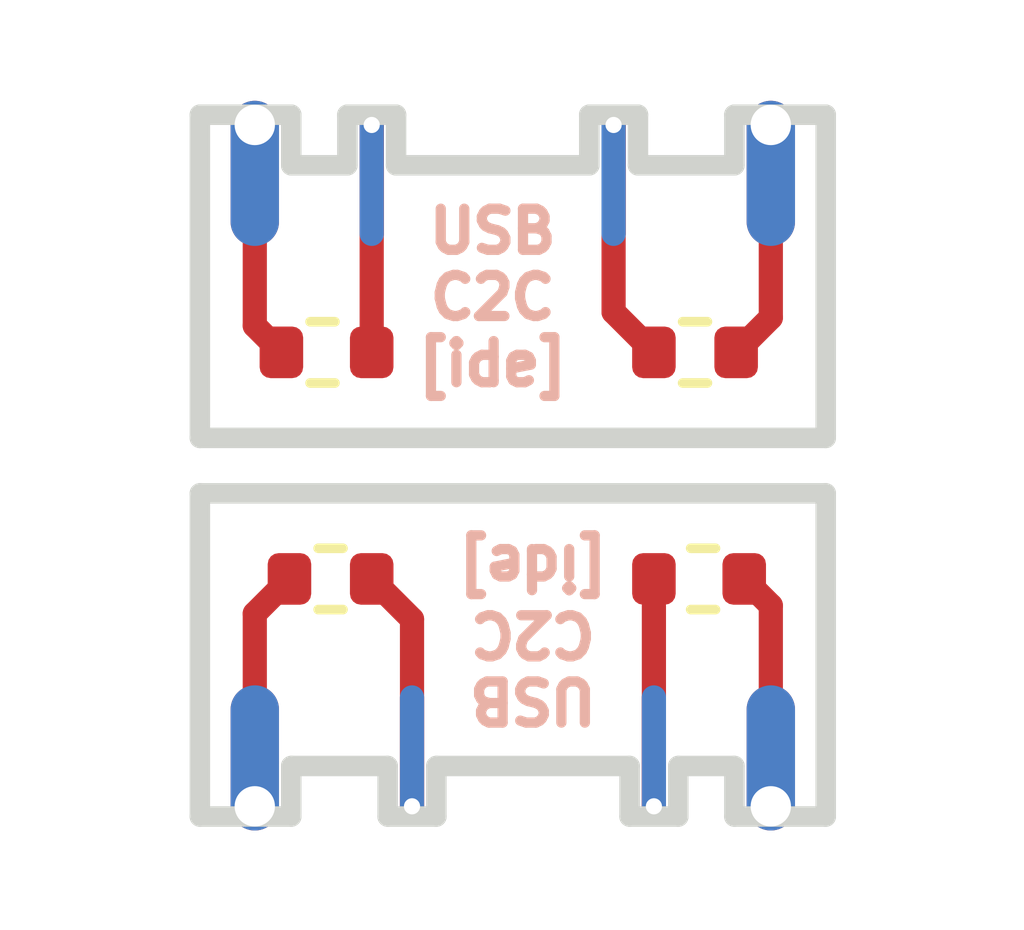
<source format=kicad_pcb>
(kicad_pcb (version 20171130) (host pcbnew "(5.1.10-1-10_14)")

  (general
    (thickness 1.6)
    (drawings 34)
    (tracks 14)
    (zones 0)
    (modules 12)
    (nets 4)
  )

  (page A4)
  (layers
    (0 F.Cu signal)
    (31 B.Cu signal)
    (32 B.Adhes user)
    (33 F.Adhes user)
    (34 B.Paste user)
    (35 F.Paste user)
    (36 B.SilkS user)
    (37 F.SilkS user)
    (38 B.Mask user)
    (39 F.Mask user)
    (40 Dwgs.User user)
    (41 Cmts.User user)
    (42 Eco1.User user)
    (43 Eco2.User user)
    (44 Edge.Cuts user)
    (45 Margin user)
    (46 B.CrtYd user)
    (47 F.CrtYd user)
    (48 B.Fab user)
    (49 F.Fab user)
  )

  (setup
    (last_trace_width 0.25)
    (trace_clearance 0.2)
    (zone_clearance 0.508)
    (zone_45_only no)
    (trace_min 0.2)
    (via_size 0.8)
    (via_drill 0.4)
    (via_min_size 0.4)
    (via_min_drill 0.3)
    (uvia_size 0.3)
    (uvia_drill 0.1)
    (uvias_allowed no)
    (uvia_min_size 0.2)
    (uvia_min_drill 0.1)
    (edge_width 0.254)
    (segment_width 0.2)
    (pcb_text_width 0.3)
    (pcb_text_size 1.5 1.5)
    (mod_edge_width 0.12)
    (mod_text_size 1 1)
    (mod_text_width 0.15)
    (pad_size 1.65 0.3)
    (pad_drill 0.2)
    (pad_to_mask_clearance 0)
    (aux_axis_origin 0 0)
    (visible_elements FFFFFF7F)
    (pcbplotparams
      (layerselection 0x010f0_ffffffff)
      (usegerberextensions true)
      (usegerberattributes true)
      (usegerberadvancedattributes true)
      (creategerberjobfile true)
      (excludeedgelayer true)
      (linewidth 0.025400)
      (plotframeref false)
      (viasonmask false)
      (mode 1)
      (useauxorigin false)
      (hpglpennumber 1)
      (hpglpenspeed 20)
      (hpglpendiameter 15.000000)
      (psnegative false)
      (psa4output false)
      (plotreference true)
      (plotvalue true)
      (plotinvisibletext false)
      (padsonsilk false)
      (subtractmaskfromsilk false)
      (outputformat 1)
      (mirror false)
      (drillshape 0)
      (scaleselection 1)
      (outputdirectory "gerbers/"))
  )

  (net 0 "")
  (net 1 "Net-(J1-Pad1)")
  (net 2 "Net-(J2-Pad1)")
  (net 3 GND)

  (net_class Default "This is the default net class."
    (clearance 0.2)
    (trace_width 0.25)
    (via_dia 0.8)
    (via_drill 0.4)
    (uvia_dia 0.3)
    (uvia_drill 0.1)
    (add_net GND)
    (add_net "Net-(J1-Pad1)")
    (add_net "Net-(J2-Pad1)")
  )

  (module FlexPCB:Plated_Hole_D0.3mm (layer F.Cu) (tedit 60A0C1F9) (tstamp 60A0CABA)
    (at 142.941 95.36 90)
    (path /60A14901)
    (fp_text reference J1 (at 0 0.5 90) (layer F.SilkS) hide
      (effects (font (size 1 1) (thickness 0.15)))
    )
    (fp_text value CC1 (at -5.2 0.64 90) (layer F.Fab) hide
      (effects (font (size 1 1) (thickness 0.15)))
    )
    (pad A5 thru_hole oval (at -3 0.69 90) (size 1.65 0.3) (drill 0.2 (offset 0.675 0)) (layers *.Cu *.Mask)
      (net 1 "Net-(J1-Pad1)"))
  )

  (module FlexPCB:Plated_Hole_D0.3mm (layer F.Cu) (tedit 60A0C1D6) (tstamp 60A0CAB6)
    (at 149.161 95.36 90)
    (path /60A0729F)
    (fp_text reference J2 (at 0 0.5 90) (layer F.SilkS) hide
      (effects (font (size 1 1) (thickness 0.15)))
    )
    (fp_text value CC2 (at -5.15 -2.56 90) (layer F.Fab) hide
      (effects (font (size 1 1) (thickness 0.15)))
    )
    (pad B5 thru_hole oval (at -3 -2.53 90) (size 1.65 0.3) (drill 0.2 (offset 0.675 0)) (layers *.Cu *.Mask)
      (net 2 "Net-(J2-Pad1)"))
  )

  (module Resistor_SMD:R_0402_1005Metric (layer F.Cu) (tedit 5F68FEEE) (tstamp 60A0CAA6)
    (at 142.621 95.54 180)
    (descr "Resistor SMD 0402 (1005 Metric), square (rectangular) end terminal, IPC_7351 nominal, (Body size source: IPC-SM-782 page 72, https://www.pcb-3d.com/wordpress/wp-content/uploads/ipc-sm-782a_amendment_1_and_2.pdf), generated with kicad-footprint-generator")
    (tags resistor)
    (path /609F66FC)
    (attr smd)
    (fp_text reference R1 (at 0 -1.17) (layer F.SilkS) hide
      (effects (font (size 1 1) (thickness 0.15)))
    )
    (fp_text value 5.1K (at 0 1.17) (layer F.Fab) hide
      (effects (font (size 1 1) (thickness 0.15)))
    )
    (fp_text user %R (at 0 0) (layer F.Fab)
      (effects (font (size 0.26 0.26) (thickness 0.04)))
    )
    (fp_line (start -0.525 0.27) (end -0.525 -0.27) (layer F.Fab) (width 0.1))
    (fp_line (start -0.525 -0.27) (end 0.525 -0.27) (layer F.Fab) (width 0.1))
    (fp_line (start 0.525 -0.27) (end 0.525 0.27) (layer F.Fab) (width 0.1))
    (fp_line (start 0.525 0.27) (end -0.525 0.27) (layer F.Fab) (width 0.1))
    (fp_line (start -0.153641 -0.38) (end 0.153641 -0.38) (layer F.SilkS) (width 0.12))
    (fp_line (start -0.153641 0.38) (end 0.153641 0.38) (layer F.SilkS) (width 0.12))
    (fp_line (start -0.93 0.47) (end -0.93 -0.47) (layer F.CrtYd) (width 0.05))
    (fp_line (start -0.93 -0.47) (end 0.93 -0.47) (layer F.CrtYd) (width 0.05))
    (fp_line (start 0.93 -0.47) (end 0.93 0.47) (layer F.CrtYd) (width 0.05))
    (fp_line (start 0.93 0.47) (end -0.93 0.47) (layer F.CrtYd) (width 0.05))
    (pad 1 smd roundrect (at -0.51 0 180) (size 0.54 0.64) (layers F.Cu F.Paste F.Mask) (roundrect_rratio 0.25)
      (net 1 "Net-(J1-Pad1)"))
    (pad 2 smd roundrect (at 0.51 0 180) (size 0.54 0.64) (layers F.Cu F.Paste F.Mask) (roundrect_rratio 0.25)
      (net 3 GND))
    (model ${KISYS3DMOD}/Resistor_SMD.3dshapes/R_0402_1005Metric.wrl
      (at (xyz 0 0 0))
      (scale (xyz 1 1 1))
      (rotate (xyz 0 0 0))
    )
  )

  (module Resistor_SMD:R_0402_1005Metric (layer F.Cu) (tedit 60A0B0AB) (tstamp 60A0CA94)
    (at 147.241 95.54 180)
    (descr "Resistor SMD 0402 (1005 Metric), square (rectangular) end terminal, IPC_7351 nominal, (Body size source: IPC-SM-782 page 72, https://www.pcb-3d.com/wordpress/wp-content/uploads/ipc-sm-782a_amendment_1_and_2.pdf), generated with kicad-footprint-generator")
    (tags resistor)
    (path /609F72E2)
    (attr smd)
    (fp_text reference R2 (at 0 -1.17) (layer F.SilkS) hide
      (effects (font (size 1 1) (thickness 0.15)))
    )
    (fp_text value 5.1K (at 0 1.17) (layer F.Fab) hide
      (effects (font (size 1 1) (thickness 0.15)))
    )
    (fp_text user %R (at 0 0) (layer F.Fab)
      (effects (font (size 0.26 0.26) (thickness 0.04)))
    )
    (fp_line (start -0.525 0.27) (end -0.525 -0.27) (layer F.Fab) (width 0.1))
    (fp_line (start -0.525 -0.27) (end 0.525 -0.27) (layer F.Fab) (width 0.1))
    (fp_line (start 0.525 -0.27) (end 0.525 0.27) (layer F.Fab) (width 0.1))
    (fp_line (start 0.525 0.27) (end -0.525 0.27) (layer F.Fab) (width 0.1))
    (fp_line (start -0.153641 -0.38) (end 0.153641 -0.38) (layer F.SilkS) (width 0.12))
    (fp_line (start -0.153641 0.38) (end 0.153641 0.38) (layer F.SilkS) (width 0.12))
    (fp_line (start -0.93 0.47) (end -0.93 -0.47) (layer F.CrtYd) (width 0.05))
    (fp_line (start -0.93 -0.47) (end 0.93 -0.47) (layer F.CrtYd) (width 0.05))
    (fp_line (start 0.93 -0.47) (end 0.93 0.47) (layer F.CrtYd) (width 0.05))
    (fp_line (start 0.93 0.47) (end -0.93 0.47) (layer F.CrtYd) (width 0.05))
    (pad 1 smd roundrect (at -0.51 0 180) (size 0.54 0.64) (layers F.Cu F.Paste F.Mask) (roundrect_rratio 0.25)
      (net 3 GND))
    (pad 2 smd roundrect (at 0.61 0 180) (size 0.54 0.64) (layers F.Cu F.Paste F.Mask) (roundrect_rratio 0.25)
      (net 2 "Net-(J2-Pad1)"))
    (model ${KISYS3DMOD}/Resistor_SMD.3dshapes/R_0402_1005Metric.wrl
      (at (xyz 0 0 0))
      (scale (xyz 1 1 1))
      (rotate (xyz 0 0 0))
    )
  )

  (module FlexPCB:Plated_Hole_D0.6mm (layer F.Cu) (tedit 60A0C1F2) (tstamp 60A0CA8A)
    (at 146.111 99.52 180)
    (fp_text reference GND (at 0 0.5) (layer F.SilkS) hide
      (effects (font (size 1 1) (thickness 0.15)))
    )
    (fp_text value GND (at 0 -0.5) (layer F.Fab) hide
      (effects (font (size 1 1) (thickness 0.15)))
    )
    (pad B1 thru_hole oval (at -1.97 1.16 90) (size 1.8 0.6) (drill 0.5 (offset 0.6 0)) (layers *.Cu *.Mask)
      (net 3 GND))
  )

  (module FlexPCB:Plated_Hole_D0.6mm (layer F.Cu) (tedit 60A0C1EB) (tstamp 60A0CA86)
    (at 138.771 99.66 180)
    (fp_text reference GND (at 0 0.5) (layer F.SilkS) hide
      (effects (font (size 1 1) (thickness 0.15)))
    )
    (fp_text value GND (at 0 -0.5) (layer F.Fab) hide
      (effects (font (size 1 1) (thickness 0.15)))
    )
    (pad A1 thru_hole oval (at -2.91 1.3 90) (size 1.8 0.6) (drill 0.5 (offset 0.6 0)) (layers *.Cu *.Mask)
      (net 3 GND))
  )

  (module FlexPCB:Plated_Hole_D0.6mm (layer F.Cu) (tedit 60A0C1F2) (tstamp 60A0B55B)
    (at 143.651 88.75)
    (fp_text reference GND (at 0 0.5) (layer F.SilkS) hide
      (effects (font (size 1 1) (thickness 0.15)))
    )
    (fp_text value GND (at 0 -0.5) (layer F.Fab) hide
      (effects (font (size 1 1) (thickness 0.15)))
    )
    (pad B1 thru_hole oval (at -1.97 1.16 270) (size 1.8 0.6) (drill 0.5 (offset 0.6 0)) (layers *.Cu *.Mask)
      (net 3 GND))
  )

  (module FlexPCB:Plated_Hole_D0.6mm (layer F.Cu) (tedit 60A0C1EB) (tstamp 60A0B3F3)
    (at 150.991 88.61)
    (fp_text reference GND (at 0 0.5) (layer F.SilkS) hide
      (effects (font (size 1 1) (thickness 0.15)))
    )
    (fp_text value GND (at 0 -0.5) (layer F.Fab) hide
      (effects (font (size 1 1) (thickness 0.15)))
    )
    (pad A1 thru_hole oval (at -2.91 1.3 270) (size 1.8 0.6) (drill 0.5 (offset 0.6 0)) (layers *.Cu *.Mask)
      (net 3 GND))
  )

  (module Resistor_SMD:R_0402_1005Metric (layer F.Cu) (tedit 60A0B0AB) (tstamp 60A0D975)
    (at 142.521 92.73)
    (descr "Resistor SMD 0402 (1005 Metric), square (rectangular) end terminal, IPC_7351 nominal, (Body size source: IPC-SM-782 page 72, https://www.pcb-3d.com/wordpress/wp-content/uploads/ipc-sm-782a_amendment_1_and_2.pdf), generated with kicad-footprint-generator")
    (tags resistor)
    (path /609F72E2)
    (attr smd)
    (fp_text reference R2 (at 0 -1.17) (layer F.SilkS) hide
      (effects (font (size 1 1) (thickness 0.15)))
    )
    (fp_text value 5.1K (at 0 1.17) (layer F.Fab) hide
      (effects (font (size 1 1) (thickness 0.15)))
    )
    (fp_line (start 0.93 0.47) (end -0.93 0.47) (layer F.CrtYd) (width 0.05))
    (fp_line (start 0.93 -0.47) (end 0.93 0.47) (layer F.CrtYd) (width 0.05))
    (fp_line (start -0.93 -0.47) (end 0.93 -0.47) (layer F.CrtYd) (width 0.05))
    (fp_line (start -0.93 0.47) (end -0.93 -0.47) (layer F.CrtYd) (width 0.05))
    (fp_line (start -0.153641 0.38) (end 0.153641 0.38) (layer F.SilkS) (width 0.12))
    (fp_line (start -0.153641 -0.38) (end 0.153641 -0.38) (layer F.SilkS) (width 0.12))
    (fp_line (start 0.525 0.27) (end -0.525 0.27) (layer F.Fab) (width 0.1))
    (fp_line (start 0.525 -0.27) (end 0.525 0.27) (layer F.Fab) (width 0.1))
    (fp_line (start -0.525 -0.27) (end 0.525 -0.27) (layer F.Fab) (width 0.1))
    (fp_line (start -0.525 0.27) (end -0.525 -0.27) (layer F.Fab) (width 0.1))
    (fp_text user %R (at 0 0) (layer F.Fab)
      (effects (font (size 0.26 0.26) (thickness 0.04)))
    )
    (pad 2 smd roundrect (at 0.61 0) (size 0.54 0.64) (layers F.Cu F.Paste F.Mask) (roundrect_rratio 0.25)
      (net 2 "Net-(J2-Pad1)"))
    (pad 1 smd roundrect (at -0.51 0) (size 0.54 0.64) (layers F.Cu F.Paste F.Mask) (roundrect_rratio 0.25)
      (net 3 GND))
    (model ${KISYS3DMOD}/Resistor_SMD.3dshapes/R_0402_1005Metric.wrl
      (at (xyz 0 0 0))
      (scale (xyz 1 1 1))
      (rotate (xyz 0 0 0))
    )
  )

  (module Resistor_SMD:R_0402_1005Metric (layer F.Cu) (tedit 5F68FEEE) (tstamp 60A0D964)
    (at 147.141 92.73)
    (descr "Resistor SMD 0402 (1005 Metric), square (rectangular) end terminal, IPC_7351 nominal, (Body size source: IPC-SM-782 page 72, https://www.pcb-3d.com/wordpress/wp-content/uploads/ipc-sm-782a_amendment_1_and_2.pdf), generated with kicad-footprint-generator")
    (tags resistor)
    (path /609F66FC)
    (attr smd)
    (fp_text reference R1 (at 0 -1.17) (layer F.SilkS) hide
      (effects (font (size 1 1) (thickness 0.15)))
    )
    (fp_text value 5.1K (at 0 1.17) (layer F.Fab) hide
      (effects (font (size 1 1) (thickness 0.15)))
    )
    (fp_line (start 0.93 0.47) (end -0.93 0.47) (layer F.CrtYd) (width 0.05))
    (fp_line (start 0.93 -0.47) (end 0.93 0.47) (layer F.CrtYd) (width 0.05))
    (fp_line (start -0.93 -0.47) (end 0.93 -0.47) (layer F.CrtYd) (width 0.05))
    (fp_line (start -0.93 0.47) (end -0.93 -0.47) (layer F.CrtYd) (width 0.05))
    (fp_line (start -0.153641 0.38) (end 0.153641 0.38) (layer F.SilkS) (width 0.12))
    (fp_line (start -0.153641 -0.38) (end 0.153641 -0.38) (layer F.SilkS) (width 0.12))
    (fp_line (start 0.525 0.27) (end -0.525 0.27) (layer F.Fab) (width 0.1))
    (fp_line (start 0.525 -0.27) (end 0.525 0.27) (layer F.Fab) (width 0.1))
    (fp_line (start -0.525 -0.27) (end 0.525 -0.27) (layer F.Fab) (width 0.1))
    (fp_line (start -0.525 0.27) (end -0.525 -0.27) (layer F.Fab) (width 0.1))
    (fp_text user %R (at 0 0) (layer F.Fab)
      (effects (font (size 0.26 0.26) (thickness 0.04)))
    )
    (pad 2 smd roundrect (at 0.51 0) (size 0.54 0.64) (layers F.Cu F.Paste F.Mask) (roundrect_rratio 0.25)
      (net 3 GND))
    (pad 1 smd roundrect (at -0.51 0) (size 0.54 0.64) (layers F.Cu F.Paste F.Mask) (roundrect_rratio 0.25)
      (net 1 "Net-(J1-Pad1)"))
    (model ${KISYS3DMOD}/Resistor_SMD.3dshapes/R_0402_1005Metric.wrl
      (at (xyz 0 0 0))
      (scale (xyz 1 1 1))
      (rotate (xyz 0 0 0))
    )
  )

  (module FlexPCB:Plated_Hole_D0.3mm (layer F.Cu) (tedit 60A0C1D6) (tstamp 60A0D953)
    (at 140.601 92.91 270)
    (path /60A0729F)
    (fp_text reference J2 (at 0 0.5 90) (layer F.SilkS) hide
      (effects (font (size 1 1) (thickness 0.15)))
    )
    (fp_text value CC2 (at -5.15 -2.56 90) (layer F.Fab) hide
      (effects (font (size 1 1) (thickness 0.15)))
    )
    (pad B5 thru_hole oval (at -3 -2.53 270) (size 1.65 0.3) (drill 0.2 (offset 0.675 0)) (layers *.Cu *.Mask)
      (net 2 "Net-(J2-Pad1)"))
  )

  (module FlexPCB:Plated_Hole_D0.3mm (layer F.Cu) (tedit 60A0C1F9) (tstamp 60A0D94E)
    (at 146.821 92.91 270)
    (path /60A14901)
    (fp_text reference J1 (at 0 0.5 90) (layer F.SilkS) hide
      (effects (font (size 1 1) (thickness 0.15)))
    )
    (fp_text value CC1 (at -5.2 0.64 90) (layer F.Fab) hide
      (effects (font (size 1 1) (thickness 0.15)))
    )
    (pad A5 thru_hole oval (at -3 0.69 270) (size 1.65 0.3) (drill 0.2 (offset 0.675 0)) (layers *.Cu *.Mask)
      (net 1 "Net-(J1-Pad1)"))
  )

  (gr_line (start 143.933 98.487) (end 143.3286 98.487) (layer Edge.Cuts) (width 0.254) (tstamp 60A0CAA5))
  (gr_line (start 146.329 98.487) (end 146.329 97.86) (layer Edge.Cuts) (width 0.254) (tstamp 60A0CAA4))
  (gr_line (start 143.3286 97.86) (end 142.133 97.86) (layer Edge.Cuts) (width 0.254) (tstamp 60A0CA93))
  (gr_line (start 146.329 97.86) (end 143.933 97.86) (layer Edge.Cuts) (width 0.254) (tstamp 60A0CA92))
  (gr_line (start 147.629 97.86) (end 146.933 97.86) (layer Edge.Cuts) (width 0.254) (tstamp 60A0CA91))
  (gr_line (start 148.762 98.487) (end 148.762 94.479) (layer Edge.Cuts) (width 0.254) (tstamp 60A0CA90))
  (gr_line (start 148.762 94.479) (end 141 94.479) (layer Edge.Cuts) (width 0.254) (tstamp 60A0CA8F))
  (gr_line (start 141 98.487) (end 141 94.479) (layer Edge.Cuts) (width 0.254) (tstamp 60A0CA8E))
  (gr_line (start 143.3286 98.487) (end 143.3286 97.86) (layer Edge.Cuts) (width 0.254) (tstamp 60A0CA85))
  (gr_line (start 142.133 98.487) (end 141 98.487) (layer Edge.Cuts) (width 0.254) (tstamp 60A0CA84))
  (gr_line (start 146.933 98.487) (end 146.933 97.86) (layer Edge.Cuts) (width 0.254) (tstamp 60A0CA83))
  (gr_line (start 147.629 98.487) (end 147.629 97.86) (layer Edge.Cuts) (width 0.254) (tstamp 60A0CA82))
  (gr_line (start 143.933 98.487) (end 143.933 97.86) (layer Edge.Cuts) (width 0.254) (tstamp 60A0CA81))
  (gr_line (start 146.933 98.487) (end 146.329 98.487) (layer Edge.Cuts) (width 0.254) (tstamp 60A0CA80))
  (gr_line (start 148.762 98.487) (end 147.629 98.487) (layer Edge.Cuts) (width 0.254) (tstamp 60A0CA7F))
  (gr_line (start 142.133 98.487) (end 142.133 97.86) (layer Edge.Cuts) (width 0.254) (tstamp 60A0CA7E))
  (gr_text "USB\nC2C\n[ide]" (at 145.131 96.22 180) (layer B.SilkS) (tstamp 60A0CA7D)
    (effects (font (size 0.51 0.51) (thickness 0.127)))
  )
  (gr_line (start 147.629 89.783) (end 148.762 89.783) (layer Edge.Cuts) (width 0.254))
  (gr_line (start 147.629 89.783) (end 147.629 90.41) (layer Edge.Cuts) (width 0.254))
  (gr_line (start 146.4334 89.783) (end 146.4334 90.41) (layer Edge.Cuts) (width 0.254))
  (gr_line (start 145.829 89.783) (end 146.4334 89.783) (layer Edge.Cuts) (width 0.254))
  (gr_line (start 145.829 89.783) (end 145.829 90.41) (layer Edge.Cuts) (width 0.254))
  (gr_line (start 143.433 89.783) (end 143.433 90.41) (layer Edge.Cuts) (width 0.254))
  (gr_line (start 142.829 89.783) (end 143.433 89.783) (layer Edge.Cuts) (width 0.254))
  (gr_line (start 142.829 89.783) (end 142.829 90.41) (layer Edge.Cuts) (width 0.254))
  (gr_line (start 142.133 89.783) (end 142.133 90.41) (layer Edge.Cuts) (width 0.254))
  (gr_line (start 141 89.783) (end 142.133 89.783) (layer Edge.Cuts) (width 0.254))
  (gr_line (start 148.762 89.783) (end 148.762 93.791) (layer Edge.Cuts) (width 0.254))
  (gr_line (start 141 93.791) (end 148.762 93.791) (layer Edge.Cuts) (width 0.254))
  (gr_line (start 141 89.783) (end 141 93.791) (layer Edge.Cuts) (width 0.254))
  (gr_line (start 142.133 90.41) (end 142.829 90.41) (layer Edge.Cuts) (width 0.254) (tstamp 60A0BD0D))
  (gr_line (start 143.433 90.41) (end 145.829 90.41) (layer Edge.Cuts) (width 0.254))
  (gr_text "USB\nC2C\n[ide]" (at 144.631 92.05) (layer B.SilkS)
    (effects (font (size 0.51 0.51) (thickness 0.127)))
  )
  (gr_line (start 146.4334 90.41) (end 147.629 90.41) (layer Edge.Cuts) (width 0.254))

  (segment (start 146.131 89.91) (end 146.131 92.23) (width 0.3) (layer F.Cu) (net 1) (tstamp 60A0BF9C))
  (segment (start 146.131 92.23) (end 146.631 92.73) (width 0.3) (layer F.Cu) (net 1) (tstamp 60A0BF9D))
  (segment (start 143.631 96.04) (end 143.131 95.54) (width 0.3) (layer F.Cu) (net 1) (tstamp 60A0CA77))
  (segment (start 143.631 98.36) (end 143.631 96.04) (width 0.3) (layer F.Cu) (net 1) (tstamp 60A0CA78))
  (segment (start 143.131 89.91) (end 143.131 92.73) (width 0.3) (layer F.Cu) (net 2))
  (segment (start 146.631 98.36) (end 146.631 95.54) (width 0.3) (layer F.Cu) (net 2) (tstamp 60A0CA76))
  (segment (start 148.081 92.3) (end 147.651 92.73) (width 0.3) (layer F.Cu) (net 3))
  (segment (start 148.081 89.91) (end 148.081 92.3) (width 0.3) (layer F.Cu) (net 3))
  (segment (start 141.681 92.4) (end 142.011 92.73) (width 0.3) (layer F.Cu) (net 3))
  (segment (start 141.681 89.91) (end 141.681 92.4) (width 0.3) (layer F.Cu) (net 3))
  (segment (start 148.081 95.87) (end 147.751 95.54) (width 0.3) (layer F.Cu) (net 3) (tstamp 60A0CA79))
  (segment (start 148.081 98.36) (end 148.081 95.87) (width 0.3) (layer F.Cu) (net 3) (tstamp 60A0CA7A))
  (segment (start 141.681 95.97) (end 142.111 95.54) (width 0.3) (layer F.Cu) (net 3) (tstamp 60A0CA7B))
  (segment (start 141.681 98.36) (end 141.681 95.97) (width 0.3) (layer F.Cu) (net 3) (tstamp 60A0CA7C))

)

</source>
